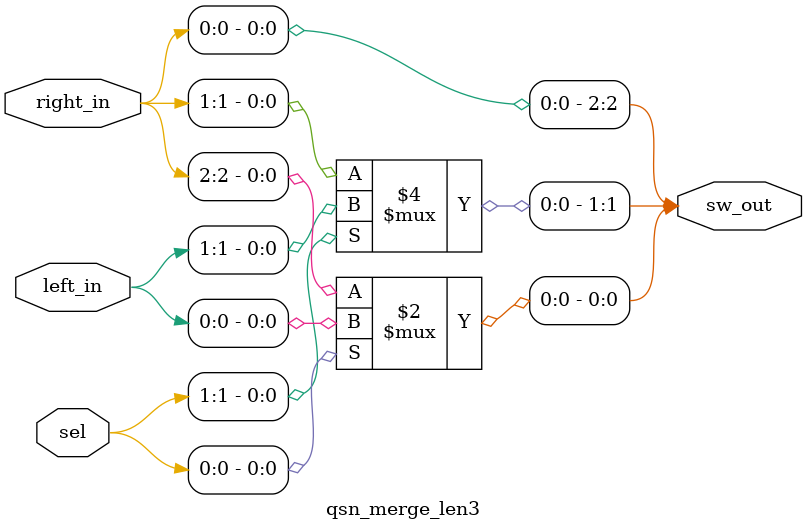
<source format=v>
module qsn_merge_len3 (
	output wire [2:0] sw_out,

	input wire [1:0] left_in,
	input wire [2:0] right_in,
	input wire [1:0] sel
);

	assign sw_out[0] = (sel[0] == 1'b0) ? right_in[2] : left_in[0];
	assign sw_out[1] = (sel[1] == 1'b0) ? right_in[1] : left_in[1];
	assign sw_out[2] = right_in[0];
endmodule
</source>
